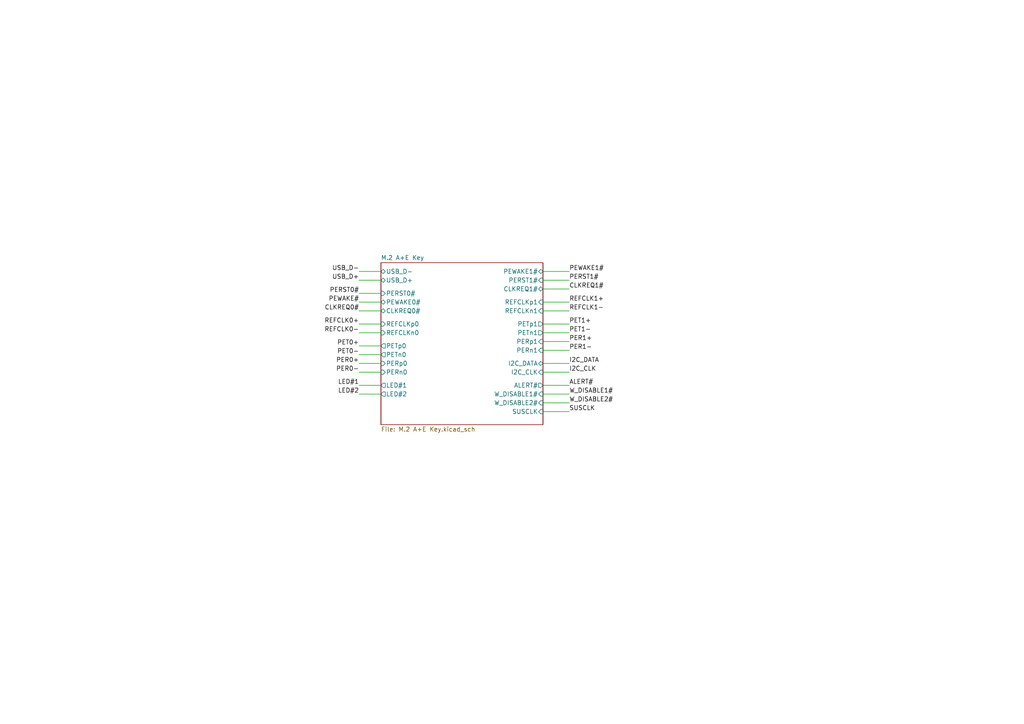
<source format=kicad_sch>
(kicad_sch
	(version 20250114)
	(generator "eeschema")
	(generator_version "9.0")
	(uuid "77e2d6e8-9124-4f9e-b046-bb5adc6257a2")
	(paper "A4")
	(lib_symbols)
	(wire
		(pts
			(xy 104.14 107.95) (xy 110.49 107.95)
		)
		(stroke
			(width 0)
			(type default)
		)
		(uuid "0a034e62-d0a1-47f9-bbbe-f65b36581177")
	)
	(wire
		(pts
			(xy 157.48 105.41) (xy 165.1 105.41)
		)
		(stroke
			(width 0)
			(type default)
		)
		(uuid "14804c9f-ca40-4585-8225-8da23af3f31e")
	)
	(wire
		(pts
			(xy 157.48 119.38) (xy 165.1 119.38)
		)
		(stroke
			(width 0)
			(type default)
		)
		(uuid "1d64655f-97b0-40fe-8b32-b671737ef93b")
	)
	(wire
		(pts
			(xy 104.14 85.09) (xy 110.49 85.09)
		)
		(stroke
			(width 0)
			(type default)
		)
		(uuid "20a880f2-6215-4b02-8d29-7b026c2bd42b")
	)
	(wire
		(pts
			(xy 104.14 87.63) (xy 110.49 87.63)
		)
		(stroke
			(width 0)
			(type default)
		)
		(uuid "29b32689-6da4-4191-9541-708252ec29c2")
	)
	(wire
		(pts
			(xy 157.48 114.3) (xy 165.1 114.3)
		)
		(stroke
			(width 0)
			(type default)
		)
		(uuid "2e1983ad-a4cf-4381-a3c4-5e5ceb014f75")
	)
	(wire
		(pts
			(xy 157.48 83.82) (xy 165.1 83.82)
		)
		(stroke
			(width 0)
			(type default)
		)
		(uuid "3083790a-9c26-4f40-af16-f2b7e3027b97")
	)
	(wire
		(pts
			(xy 157.48 111.76) (xy 165.1 111.76)
		)
		(stroke
			(width 0)
			(type default)
		)
		(uuid "330c568a-98d1-4640-beeb-6ecb1fb47cc5")
	)
	(wire
		(pts
			(xy 157.48 87.63) (xy 165.1 87.63)
		)
		(stroke
			(width 0)
			(type default)
		)
		(uuid "371b13e0-201b-435b-b868-f2d2aba89a6f")
	)
	(wire
		(pts
			(xy 157.48 90.17) (xy 165.1 90.17)
		)
		(stroke
			(width 0)
			(type default)
		)
		(uuid "372d0f90-ef34-4fc7-9eab-d0688cbd30e5")
	)
	(wire
		(pts
			(xy 157.48 99.06) (xy 165.1 99.06)
		)
		(stroke
			(width 0)
			(type default)
		)
		(uuid "3f09aac0-4f4e-4b61-9ed5-e2950a1bede3")
	)
	(wire
		(pts
			(xy 104.14 114.3) (xy 110.49 114.3)
		)
		(stroke
			(width 0)
			(type default)
		)
		(uuid "44c70875-9927-42e4-be36-12dd2f7ef1d0")
	)
	(wire
		(pts
			(xy 104.14 81.28) (xy 110.49 81.28)
		)
		(stroke
			(width 0)
			(type default)
		)
		(uuid "44d40699-87c3-4f44-afdc-663575b9bbd1")
	)
	(wire
		(pts
			(xy 157.48 81.28) (xy 165.1 81.28)
		)
		(stroke
			(width 0)
			(type default)
		)
		(uuid "47ac6301-0274-4bb4-941e-1bfd9b131f38")
	)
	(wire
		(pts
			(xy 104.14 102.87) (xy 110.49 102.87)
		)
		(stroke
			(width 0)
			(type default)
		)
		(uuid "47ae4735-f5e9-4d66-844f-4999eeda31e7")
	)
	(wire
		(pts
			(xy 157.48 78.74) (xy 165.1 78.74)
		)
		(stroke
			(width 0)
			(type default)
		)
		(uuid "5b43288f-a168-4a74-9651-9be426fb74a9")
	)
	(wire
		(pts
			(xy 104.14 90.17) (xy 110.49 90.17)
		)
		(stroke
			(width 0)
			(type default)
		)
		(uuid "65931998-9907-44a3-bd3a-24d8b1faf87b")
	)
	(wire
		(pts
			(xy 157.48 107.95) (xy 165.1 107.95)
		)
		(stroke
			(width 0)
			(type default)
		)
		(uuid "82ae6663-ed67-4b38-baf8-196576f7ee0f")
	)
	(wire
		(pts
			(xy 104.14 111.76) (xy 110.49 111.76)
		)
		(stroke
			(width 0)
			(type default)
		)
		(uuid "8aa74254-cac8-467a-a3db-1cb0ff6d09d9")
	)
	(wire
		(pts
			(xy 157.48 101.6) (xy 165.1 101.6)
		)
		(stroke
			(width 0)
			(type default)
		)
		(uuid "8bb1347c-7fe8-40e6-8193-638da8a75539")
	)
	(wire
		(pts
			(xy 104.14 105.41) (xy 110.49 105.41)
		)
		(stroke
			(width 0)
			(type default)
		)
		(uuid "9d846485-88e3-418e-973e-a3fa58b06b42")
	)
	(wire
		(pts
			(xy 104.14 96.52) (xy 110.49 96.52)
		)
		(stroke
			(width 0)
			(type default)
		)
		(uuid "a9dc881c-f673-41bc-8869-0a0ef6ad5b61")
	)
	(wire
		(pts
			(xy 104.14 93.98) (xy 110.49 93.98)
		)
		(stroke
			(width 0)
			(type default)
		)
		(uuid "b168bdc5-073c-45f0-bffa-0ab04b41f220")
	)
	(wire
		(pts
			(xy 157.48 96.52) (xy 165.1 96.52)
		)
		(stroke
			(width 0)
			(type default)
		)
		(uuid "bf03cf27-3432-4486-8ae1-43488f42cd30")
	)
	(wire
		(pts
			(xy 157.48 116.84) (xy 165.1 116.84)
		)
		(stroke
			(width 0)
			(type default)
		)
		(uuid "d6f96a62-77ae-4746-934b-58e8a3b8889c")
	)
	(wire
		(pts
			(xy 157.48 93.98) (xy 165.1 93.98)
		)
		(stroke
			(width 0)
			(type default)
		)
		(uuid "eb67f4a6-c044-4be0-8623-fe99dd15e780")
	)
	(wire
		(pts
			(xy 104.14 100.33) (xy 110.49 100.33)
		)
		(stroke
			(width 0)
			(type default)
		)
		(uuid "eec2bc61-7024-4b35-8993-424ff5379bf3")
	)
	(wire
		(pts
			(xy 104.14 78.74) (xy 110.49 78.74)
		)
		(stroke
			(width 0)
			(type default)
		)
		(uuid "efbdb5b3-a2ab-4549-832f-365179b78b7f")
	)
	(label "PEWAKE1#"
		(at 165.1 78.74 0)
		(effects
			(font
				(size 1.27 1.27)
			)
			(justify left bottom)
		)
		(uuid "030a29ca-eb84-4cf8-8656-e6221e87920b")
	)
	(label "REFCLK1+"
		(at 165.1 87.63 0)
		(effects
			(font
				(size 1.27 1.27)
			)
			(justify left bottom)
		)
		(uuid "21616cc5-9ff3-449f-a664-74b8ce4b846c")
	)
	(label "SUSCLK"
		(at 165.1 119.38 0)
		(effects
			(font
				(size 1.27 1.27)
			)
			(justify left bottom)
		)
		(uuid "223f2379-f0ef-48c7-b6d0-280f6e244df0")
	)
	(label "PERST0#"
		(at 104.14 85.09 180)
		(effects
			(font
				(size 1.27 1.27)
			)
			(justify right bottom)
		)
		(uuid "45025a7d-0941-4f19-8a05-6396d9db9404")
	)
	(label "CLKREQ1#"
		(at 165.1 83.82 0)
		(effects
			(font
				(size 1.27 1.27)
			)
			(justify left bottom)
		)
		(uuid "460c8fe9-f038-47b5-8a26-25ae06e51814")
	)
	(label "PER0+"
		(at 104.14 105.41 180)
		(effects
			(font
				(size 1.27 1.27)
			)
			(justify right bottom)
		)
		(uuid "4e5ef312-daf8-4c1d-8832-6d9f0eab6bd3")
	)
	(label "PER0-"
		(at 104.14 107.95 180)
		(effects
			(font
				(size 1.27 1.27)
			)
			(justify right bottom)
		)
		(uuid "5027f504-efd5-4989-ae7a-4ecbb9209d7e")
	)
	(label "LED#2"
		(at 104.14 114.3 180)
		(effects
			(font
				(size 1.27 1.27)
			)
			(justify right bottom)
		)
		(uuid "50d731fe-9fc3-415c-bada-893085e0b97d")
	)
	(label "USB_D+"
		(at 104.14 81.28 180)
		(effects
			(font
				(size 1.27 1.27)
			)
			(justify right bottom)
		)
		(uuid "5253087f-88fc-4fa8-99db-6ec59ec185ec")
	)
	(label "CLKREQ0#"
		(at 104.14 90.17 180)
		(effects
			(font
				(size 1.27 1.27)
			)
			(justify right bottom)
		)
		(uuid "5f4b5119-4c8e-4487-aefc-a27837c715e9")
	)
	(label "W_DISABLE2#"
		(at 165.1 116.84 0)
		(effects
			(font
				(size 1.27 1.27)
			)
			(justify left bottom)
		)
		(uuid "65529696-3bbf-4aa6-8092-daaea21acdf1")
	)
	(label "W_DISABLE1#"
		(at 165.1 114.3 0)
		(effects
			(font
				(size 1.27 1.27)
			)
			(justify left bottom)
		)
		(uuid "7017fa5d-fbe5-47fa-be17-39aba02a952a")
	)
	(label "I2C_CLK"
		(at 165.1 107.95 0)
		(effects
			(font
				(size 1.27 1.27)
			)
			(justify left bottom)
		)
		(uuid "73a87ef5-68b7-4a8f-8b84-d54b12c77cc9")
	)
	(label "PEWAKE#"
		(at 104.14 87.63 180)
		(effects
			(font
				(size 1.27 1.27)
			)
			(justify right bottom)
		)
		(uuid "7e634e6a-d060-44c1-af43-3632cb30364c")
	)
	(label "PET0+"
		(at 104.14 100.33 180)
		(effects
			(font
				(size 1.27 1.27)
			)
			(justify right bottom)
		)
		(uuid "7f754bf9-51ed-495f-8036-fd1dd7dc9461")
	)
	(label "PET1+"
		(at 165.1 93.98 0)
		(effects
			(font
				(size 1.27 1.27)
			)
			(justify left bottom)
		)
		(uuid "8cf8d355-571f-4b9a-91f8-48034e2f9e9a")
	)
	(label "LED#1"
		(at 104.14 111.76 180)
		(effects
			(font
				(size 1.27 1.27)
			)
			(justify right bottom)
		)
		(uuid "94e29c6f-591b-40f2-8455-cfcda6c895c5")
	)
	(label "REFCLK0+"
		(at 104.14 93.98 180)
		(effects
			(font
				(size 1.27 1.27)
			)
			(justify right bottom)
		)
		(uuid "a4d1c122-6fe4-4035-b13e-0d939dbc7a0a")
	)
	(label "I2C_DATA"
		(at 165.1 105.41 0)
		(effects
			(font
				(size 1.27 1.27)
			)
			(justify left bottom)
		)
		(uuid "b0d3f8ea-5ddf-4a50-a6c6-d097952dc7fe")
	)
	(label "PERST1#"
		(at 165.1 81.28 0)
		(effects
			(font
				(size 1.27 1.27)
			)
			(justify left bottom)
		)
		(uuid "b2b6e58d-f745-48fc-bda6-c5be1e661c36")
	)
	(label "PET1-"
		(at 165.1 96.52 0)
		(effects
			(font
				(size 1.27 1.27)
			)
			(justify left bottom)
		)
		(uuid "c26a6424-5d34-4297-b673-ab080a9f2928")
	)
	(label "REFCLK0-"
		(at 104.14 96.52 180)
		(effects
			(font
				(size 1.27 1.27)
			)
			(justify right bottom)
		)
		(uuid "c2e48207-69d6-4fef-a1a5-106a465e0092")
	)
	(label "REFCLK1-"
		(at 165.1 90.17 0)
		(effects
			(font
				(size 1.27 1.27)
			)
			(justify left bottom)
		)
		(uuid "c3db248b-8d2e-461a-96d2-5403e6617aa0")
	)
	(label "PET0-"
		(at 104.14 102.87 180)
		(effects
			(font
				(size 1.27 1.27)
			)
			(justify right bottom)
		)
		(uuid "c8497134-8e0e-4fc5-a6be-b4beb50951de")
	)
	(label "ALERT#"
		(at 165.1 111.76 0)
		(effects
			(font
				(size 1.27 1.27)
			)
			(justify left bottom)
		)
		(uuid "d3f9e130-825a-4376-9d9d-b47b49fb1574")
	)
	(label "USB_D-"
		(at 104.14 78.74 180)
		(effects
			(font
				(size 1.27 1.27)
			)
			(justify right bottom)
		)
		(uuid "e88ea377-c745-4609-869c-b0a723332029")
	)
	(label "PER1+"
		(at 165.1 99.06 0)
		(effects
			(font
				(size 1.27 1.27)
			)
			(justify left bottom)
		)
		(uuid "ef7387d4-64ed-477c-90e0-54f7f2b6ef28")
	)
	(label "PER1-"
		(at 165.1 101.6 0)
		(effects
			(font
				(size 1.27 1.27)
			)
			(justify left bottom)
		)
		(uuid "f7ba13fe-7dbb-4793-a289-cbaf4edd2bf8")
	)
	(sheet
		(at 110.49 76.2)
		(size 46.99 46.99)
		(exclude_from_sim no)
		(in_bom yes)
		(on_board yes)
		(dnp no)
		(fields_autoplaced yes)
		(stroke
			(width 0.1524)
			(type solid)
		)
		(fill
			(color 0 0 0 0.0000)
		)
		(uuid "05bebcab-04cb-4867-aa26-22826bf35281")
		(property "Sheetname" "M.2 A+E Key"
			(at 110.49 75.4884 0)
			(effects
				(font
					(size 1.27 1.27)
				)
				(justify left bottom)
			)
		)
		(property "Sheetfile" "M.2 A+E Key.kicad_sch"
			(at 110.49 123.7746 0)
			(effects
				(font
					(size 1.27 1.27)
				)
				(justify left top)
			)
		)
		(pin "USB_D+" bidirectional
			(at 110.49 81.28 180)
			(uuid "be0f52c6-e993-4eab-bae2-e8d80ad46392")
			(effects
				(font
					(size 1.27 1.27)
				)
				(justify left)
			)
		)
		(pin "USB_D-" bidirectional
			(at 110.49 78.74 180)
			(uuid "0b3a326a-b283-461e-bdb8-f34ba80e7c9c")
			(effects
				(font
					(size 1.27 1.27)
				)
				(justify left)
			)
		)
		(pin "CLKREQ0#" bidirectional
			(at 110.49 90.17 180)
			(uuid "0d05cb5e-2df9-4580-a8ed-18e805daf223")
			(effects
				(font
					(size 1.27 1.27)
				)
				(justify left)
			)
		)
		(pin "PEWAKE0#" bidirectional
			(at 110.49 87.63 180)
			(uuid "b5158f57-84bf-453c-a702-987c6c942914")
			(effects
				(font
					(size 1.27 1.27)
				)
				(justify left)
			)
		)
		(pin "PERST0#" input
			(at 110.49 85.09 180)
			(uuid "7bf8e3f7-47e5-49cf-a204-395d9fe96ec6")
			(effects
				(font
					(size 1.27 1.27)
				)
				(justify left)
			)
		)
		(pin "REFCLKn0" input
			(at 110.49 96.52 180)
			(uuid "e8ce23a0-b03b-4800-a9c2-73c4443cf8eb")
			(effects
				(font
					(size 1.27 1.27)
				)
				(justify left)
			)
		)
		(pin "REFCLKp0" input
			(at 110.49 93.98 180)
			(uuid "0ddf0e73-0dff-44c9-89f2-537d95a8a6c4")
			(effects
				(font
					(size 1.27 1.27)
				)
				(justify left)
			)
		)
		(pin "PETp0" output
			(at 110.49 100.33 180)
			(uuid "3f26cf0f-bf1f-4496-8a75-f284cddc5aad")
			(effects
				(font
					(size 1.27 1.27)
				)
				(justify left)
			)
		)
		(pin "PETn0" output
			(at 110.49 102.87 180)
			(uuid "e2f0d85b-41bd-49a3-bf98-654291504314")
			(effects
				(font
					(size 1.27 1.27)
				)
				(justify left)
			)
		)
		(pin "PERp0" input
			(at 110.49 105.41 180)
			(uuid "4c2f5836-a9c1-4fec-92ab-663821206301")
			(effects
				(font
					(size 1.27 1.27)
				)
				(justify left)
			)
		)
		(pin "PERn0" input
			(at 110.49 107.95 180)
			(uuid "2c563460-74e4-4214-b355-76109c599e1b")
			(effects
				(font
					(size 1.27 1.27)
				)
				(justify left)
			)
		)
		(pin "PEWAKE1#" bidirectional
			(at 157.48 78.74 0)
			(uuid "558a8bfe-137b-4211-ac45-7969ccf75459")
			(effects
				(font
					(size 1.27 1.27)
				)
				(justify right)
			)
		)
		(pin "PERST1#" input
			(at 157.48 81.28 0)
			(uuid "2f116265-4f06-47d8-9063-1b75c6010334")
			(effects
				(font
					(size 1.27 1.27)
				)
				(justify right)
			)
		)
		(pin "CLKREQ1#" bidirectional
			(at 157.48 83.82 0)
			(uuid "7f84af0b-51c9-49ce-b770-61e0d0bafd2b")
			(effects
				(font
					(size 1.27 1.27)
				)
				(justify right)
			)
		)
		(pin "REFCLKn1" input
			(at 157.48 90.17 0)
			(uuid "93b885a3-cfe2-409a-b4f2-1e6f96c8aa26")
			(effects
				(font
					(size 1.27 1.27)
				)
				(justify right)
			)
		)
		(pin "REFCLKp1" input
			(at 157.48 87.63 0)
			(uuid "052c3e63-7898-4caf-8df0-7b75d0fa50e1")
			(effects
				(font
					(size 1.27 1.27)
				)
				(justify right)
			)
		)
		(pin "PETp1" output
			(at 157.48 93.98 0)
			(uuid "75907ce6-a527-4272-9e88-1a13822ce581")
			(effects
				(font
					(size 1.27 1.27)
				)
				(justify right)
			)
		)
		(pin "PETn1" output
			(at 157.48 96.52 0)
			(uuid "fa8a6f12-fe94-4306-a29d-2c6f40489613")
			(effects
				(font
					(size 1.27 1.27)
				)
				(justify right)
			)
		)
		(pin "PERp1" input
			(at 157.48 99.06 0)
			(uuid "bb2da53d-4266-48af-a061-3c3997ab3829")
			(effects
				(font
					(size 1.27 1.27)
				)
				(justify right)
			)
		)
		(pin "PERn1" input
			(at 157.48 101.6 0)
			(uuid "bb8b829b-6234-43dd-b034-0391a1118494")
			(effects
				(font
					(size 1.27 1.27)
				)
				(justify right)
			)
		)
		(pin "I2C_CLK" input
			(at 157.48 107.95 0)
			(uuid "6e7cd272-f22e-4908-9fc9-f1a6574f2c13")
			(effects
				(font
					(size 1.27 1.27)
				)
				(justify right)
			)
		)
		(pin "I2C_DATA" bidirectional
			(at 157.48 105.41 0)
			(uuid "6abfa205-dff6-42e6-b288-6626a01b9184")
			(effects
				(font
					(size 1.27 1.27)
				)
				(justify right)
			)
		)
		(pin "W_DISABLE1#" input
			(at 157.48 114.3 0)
			(uuid "e6285743-ba9c-4d2e-9410-7faa9adccf22")
			(effects
				(font
					(size 1.27 1.27)
				)
				(justify right)
			)
		)
		(pin "SUSCLK" input
			(at 157.48 119.38 0)
			(uuid "e35f595d-ba70-4681-b7b6-0d6f677a2b70")
			(effects
				(font
					(size 1.27 1.27)
				)
				(justify right)
			)
		)
		(pin "W_DISABLE2#" input
			(at 157.48 116.84 0)
			(uuid "b37492be-6248-4a0e-8343-08029e01e067")
			(effects
				(font
					(size 1.27 1.27)
				)
				(justify right)
			)
		)
		(pin "ALERT#" output
			(at 157.48 111.76 0)
			(uuid "2105b8c6-5524-4371-89ad-78533b8ea4d9")
			(effects
				(font
					(size 1.27 1.27)
				)
				(justify right)
			)
		)
		(pin "LED#2" output
			(at 110.49 114.3 180)
			(uuid "a401861a-7e3e-4cde-ad06-059102cb0fea")
			(effects
				(font
					(size 1.27 1.27)
				)
				(justify left)
			)
		)
		(pin "LED#1" output
			(at 110.49 111.76 180)
			(uuid "2c4ccdec-91c1-4512-8daf-b262119827a2")
			(effects
				(font
					(size 1.27 1.27)
				)
				(justify left)
			)
		)
		(instances
			(project "M.2 A+E Key 3042"
				(path "/77e2d6e8-9124-4f9e-b046-bb5adc6257a2"
					(page "2")
				)
			)
		)
	)
	(sheet_instances
		(path "/"
			(page "1")
		)
	)
	(embedded_fonts no)
)

</source>
